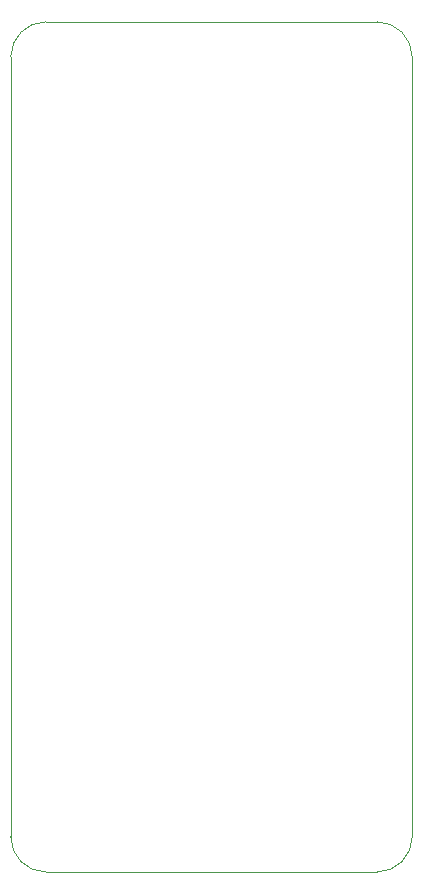
<source format=gbr>
%TF.GenerationSoftware,KiCad,Pcbnew,9.0.1*%
%TF.CreationDate,2025-04-20T13:23:21-04:00*%
%TF.ProjectId,firebeetle-shield,66697265-6265-4657-946c-652d73686965,v2*%
%TF.SameCoordinates,Original*%
%TF.FileFunction,Profile,NP*%
%FSLAX46Y46*%
G04 Gerber Fmt 4.6, Leading zero omitted, Abs format (unit mm)*
G04 Created by KiCad (PCBNEW 9.0.1) date 2025-04-20 13:23:21*
%MOMM*%
%LPD*%
G01*
G04 APERTURE LIST*
%TA.AperFunction,Profile*%
%ADD10C,0.100000*%
%TD*%
G04 APERTURE END LIST*
D10*
X129000000Y-99102000D02*
G75*
G02*
X132000000Y-102102000I0J-3000000D01*
G01*
X101000000Y-171102000D02*
X129000000Y-171102000D01*
X129000000Y-99102000D02*
X101000000Y-99102000D01*
X132000000Y-168102000D02*
G75*
G02*
X129000000Y-171102000I-3000000J0D01*
G01*
X101000000Y-171102000D02*
G75*
G02*
X98000000Y-168102000I0J3000000D01*
G01*
X132000000Y-168102000D02*
X132000000Y-102102000D01*
X98000000Y-102102000D02*
X98000000Y-168102000D01*
X98000000Y-102102000D02*
G75*
G02*
X101000000Y-99102000I3000000J0D01*
G01*
M02*

</source>
